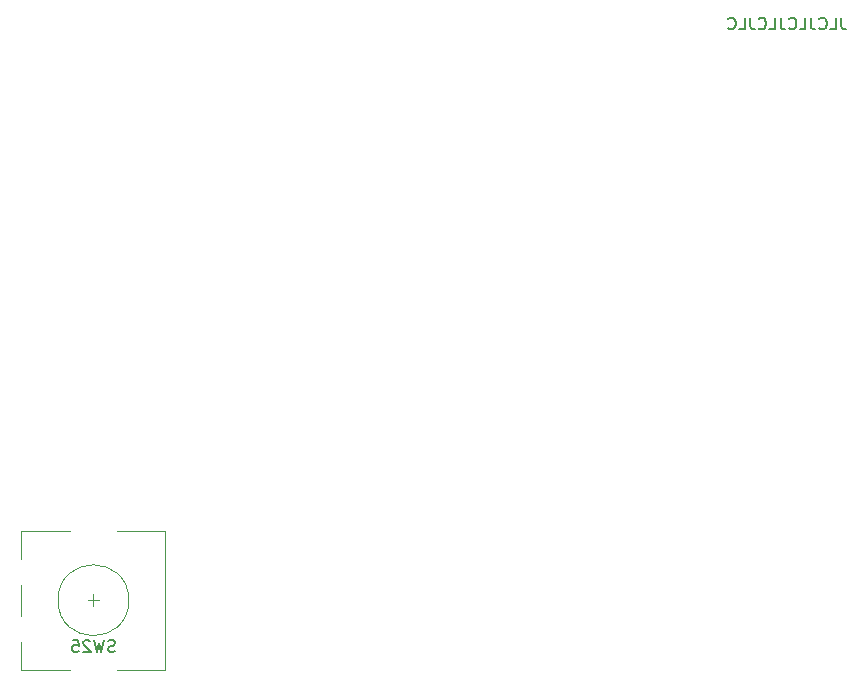
<source format=gbr>
%TF.GenerationSoftware,KiCad,Pcbnew,7.0.5-0*%
%TF.CreationDate,2024-02-11T16:38:14-08:00*%
%TF.ProjectId,Sofle_Pico_Top_Plate,536f666c-655f-4506-9963-6f5f546f705f,3.5.5*%
%TF.SameCoordinates,Original*%
%TF.FileFunction,Legend,Bot*%
%TF.FilePolarity,Positive*%
%FSLAX46Y46*%
G04 Gerber Fmt 4.6, Leading zero omitted, Abs format (unit mm)*
G04 Created by KiCad (PCBNEW 7.0.5-0) date 2024-02-11 16:38:14*
%MOMM*%
%LPD*%
G01*
G04 APERTURE LIST*
%ADD10C,0.200000*%
%ADD11C,0.150000*%
%ADD12C,0.120000*%
G04 APERTURE END LIST*
D10*
X161314048Y-61692219D02*
X161314048Y-62406504D01*
X161314048Y-62406504D02*
X161361667Y-62549361D01*
X161361667Y-62549361D02*
X161456905Y-62644600D01*
X161456905Y-62644600D02*
X161599762Y-62692219D01*
X161599762Y-62692219D02*
X161695000Y-62692219D01*
X160361667Y-62692219D02*
X160837857Y-62692219D01*
X160837857Y-62692219D02*
X160837857Y-61692219D01*
X159456905Y-62596980D02*
X159504524Y-62644600D01*
X159504524Y-62644600D02*
X159647381Y-62692219D01*
X159647381Y-62692219D02*
X159742619Y-62692219D01*
X159742619Y-62692219D02*
X159885476Y-62644600D01*
X159885476Y-62644600D02*
X159980714Y-62549361D01*
X159980714Y-62549361D02*
X160028333Y-62454123D01*
X160028333Y-62454123D02*
X160075952Y-62263647D01*
X160075952Y-62263647D02*
X160075952Y-62120790D01*
X160075952Y-62120790D02*
X160028333Y-61930314D01*
X160028333Y-61930314D02*
X159980714Y-61835076D01*
X159980714Y-61835076D02*
X159885476Y-61739838D01*
X159885476Y-61739838D02*
X159742619Y-61692219D01*
X159742619Y-61692219D02*
X159647381Y-61692219D01*
X159647381Y-61692219D02*
X159504524Y-61739838D01*
X159504524Y-61739838D02*
X159456905Y-61787457D01*
X158742619Y-61692219D02*
X158742619Y-62406504D01*
X158742619Y-62406504D02*
X158790238Y-62549361D01*
X158790238Y-62549361D02*
X158885476Y-62644600D01*
X158885476Y-62644600D02*
X159028333Y-62692219D01*
X159028333Y-62692219D02*
X159123571Y-62692219D01*
X157790238Y-62692219D02*
X158266428Y-62692219D01*
X158266428Y-62692219D02*
X158266428Y-61692219D01*
X156885476Y-62596980D02*
X156933095Y-62644600D01*
X156933095Y-62644600D02*
X157075952Y-62692219D01*
X157075952Y-62692219D02*
X157171190Y-62692219D01*
X157171190Y-62692219D02*
X157314047Y-62644600D01*
X157314047Y-62644600D02*
X157409285Y-62549361D01*
X157409285Y-62549361D02*
X157456904Y-62454123D01*
X157456904Y-62454123D02*
X157504523Y-62263647D01*
X157504523Y-62263647D02*
X157504523Y-62120790D01*
X157504523Y-62120790D02*
X157456904Y-61930314D01*
X157456904Y-61930314D02*
X157409285Y-61835076D01*
X157409285Y-61835076D02*
X157314047Y-61739838D01*
X157314047Y-61739838D02*
X157171190Y-61692219D01*
X157171190Y-61692219D02*
X157075952Y-61692219D01*
X157075952Y-61692219D02*
X156933095Y-61739838D01*
X156933095Y-61739838D02*
X156885476Y-61787457D01*
X156171190Y-61692219D02*
X156171190Y-62406504D01*
X156171190Y-62406504D02*
X156218809Y-62549361D01*
X156218809Y-62549361D02*
X156314047Y-62644600D01*
X156314047Y-62644600D02*
X156456904Y-62692219D01*
X156456904Y-62692219D02*
X156552142Y-62692219D01*
X155218809Y-62692219D02*
X155694999Y-62692219D01*
X155694999Y-62692219D02*
X155694999Y-61692219D01*
X154314047Y-62596980D02*
X154361666Y-62644600D01*
X154361666Y-62644600D02*
X154504523Y-62692219D01*
X154504523Y-62692219D02*
X154599761Y-62692219D01*
X154599761Y-62692219D02*
X154742618Y-62644600D01*
X154742618Y-62644600D02*
X154837856Y-62549361D01*
X154837856Y-62549361D02*
X154885475Y-62454123D01*
X154885475Y-62454123D02*
X154933094Y-62263647D01*
X154933094Y-62263647D02*
X154933094Y-62120790D01*
X154933094Y-62120790D02*
X154885475Y-61930314D01*
X154885475Y-61930314D02*
X154837856Y-61835076D01*
X154837856Y-61835076D02*
X154742618Y-61739838D01*
X154742618Y-61739838D02*
X154599761Y-61692219D01*
X154599761Y-61692219D02*
X154504523Y-61692219D01*
X154504523Y-61692219D02*
X154361666Y-61739838D01*
X154361666Y-61739838D02*
X154314047Y-61787457D01*
X153599761Y-61692219D02*
X153599761Y-62406504D01*
X153599761Y-62406504D02*
X153647380Y-62549361D01*
X153647380Y-62549361D02*
X153742618Y-62644600D01*
X153742618Y-62644600D02*
X153885475Y-62692219D01*
X153885475Y-62692219D02*
X153980713Y-62692219D01*
X152647380Y-62692219D02*
X153123570Y-62692219D01*
X153123570Y-62692219D02*
X153123570Y-61692219D01*
X151742618Y-62596980D02*
X151790237Y-62644600D01*
X151790237Y-62644600D02*
X151933094Y-62692219D01*
X151933094Y-62692219D02*
X152028332Y-62692219D01*
X152028332Y-62692219D02*
X152171189Y-62644600D01*
X152171189Y-62644600D02*
X152266427Y-62549361D01*
X152266427Y-62549361D02*
X152314046Y-62454123D01*
X152314046Y-62454123D02*
X152361665Y-62263647D01*
X152361665Y-62263647D02*
X152361665Y-62120790D01*
X152361665Y-62120790D02*
X152314046Y-61930314D01*
X152314046Y-61930314D02*
X152266427Y-61835076D01*
X152266427Y-61835076D02*
X152171189Y-61739838D01*
X152171189Y-61739838D02*
X152028332Y-61692219D01*
X152028332Y-61692219D02*
X151933094Y-61692219D01*
X151933094Y-61692219D02*
X151790237Y-61739838D01*
X151790237Y-61739838D02*
X151742618Y-61787457D01*
D11*
%TO.C,SW25*%
X99804523Y-115352200D02*
X99661666Y-115399819D01*
X99661666Y-115399819D02*
X99423571Y-115399819D01*
X99423571Y-115399819D02*
X99328333Y-115352200D01*
X99328333Y-115352200D02*
X99280714Y-115304580D01*
X99280714Y-115304580D02*
X99233095Y-115209342D01*
X99233095Y-115209342D02*
X99233095Y-115114104D01*
X99233095Y-115114104D02*
X99280714Y-115018866D01*
X99280714Y-115018866D02*
X99328333Y-114971247D01*
X99328333Y-114971247D02*
X99423571Y-114923628D01*
X99423571Y-114923628D02*
X99614047Y-114876009D01*
X99614047Y-114876009D02*
X99709285Y-114828390D01*
X99709285Y-114828390D02*
X99756904Y-114780771D01*
X99756904Y-114780771D02*
X99804523Y-114685533D01*
X99804523Y-114685533D02*
X99804523Y-114590295D01*
X99804523Y-114590295D02*
X99756904Y-114495057D01*
X99756904Y-114495057D02*
X99709285Y-114447438D01*
X99709285Y-114447438D02*
X99614047Y-114399819D01*
X99614047Y-114399819D02*
X99375952Y-114399819D01*
X99375952Y-114399819D02*
X99233095Y-114447438D01*
X98899761Y-114399819D02*
X98661666Y-115399819D01*
X98661666Y-115399819D02*
X98471190Y-114685533D01*
X98471190Y-114685533D02*
X98280714Y-115399819D01*
X98280714Y-115399819D02*
X98042619Y-114399819D01*
X97709285Y-114495057D02*
X97661666Y-114447438D01*
X97661666Y-114447438D02*
X97566428Y-114399819D01*
X97566428Y-114399819D02*
X97328333Y-114399819D01*
X97328333Y-114399819D02*
X97233095Y-114447438D01*
X97233095Y-114447438D02*
X97185476Y-114495057D01*
X97185476Y-114495057D02*
X97137857Y-114590295D01*
X97137857Y-114590295D02*
X97137857Y-114685533D01*
X97137857Y-114685533D02*
X97185476Y-114828390D01*
X97185476Y-114828390D02*
X97756904Y-115399819D01*
X97756904Y-115399819D02*
X97137857Y-115399819D01*
X96233095Y-114399819D02*
X96709285Y-114399819D01*
X96709285Y-114399819D02*
X96756904Y-114876009D01*
X96756904Y-114876009D02*
X96709285Y-114828390D01*
X96709285Y-114828390D02*
X96614047Y-114780771D01*
X96614047Y-114780771D02*
X96375952Y-114780771D01*
X96375952Y-114780771D02*
X96280714Y-114828390D01*
X96280714Y-114828390D02*
X96233095Y-114876009D01*
X96233095Y-114876009D02*
X96185476Y-114971247D01*
X96185476Y-114971247D02*
X96185476Y-115209342D01*
X96185476Y-115209342D02*
X96233095Y-115304580D01*
X96233095Y-115304580D02*
X96280714Y-115352200D01*
X96280714Y-115352200D02*
X96375952Y-115399819D01*
X96375952Y-115399819D02*
X96614047Y-115399819D01*
X96614047Y-115399819D02*
X96709285Y-115352200D01*
X96709285Y-115352200D02*
X96756904Y-115304580D01*
D12*
X104095000Y-116925000D02*
X104095000Y-105125000D01*
X99995000Y-116925000D02*
X104095000Y-116925000D01*
X99995000Y-105125000D02*
X104095000Y-105125000D01*
X98495000Y-111025000D02*
X97495000Y-111025000D01*
X97995000Y-111525000D02*
X97995000Y-110525000D01*
X95995000Y-116925000D02*
X91895000Y-116925000D01*
X91895000Y-116925000D02*
X91895000Y-114525000D01*
X91895000Y-112325000D02*
X91895000Y-109725000D01*
X91895000Y-107525000D02*
X91895000Y-105125000D01*
X91895000Y-105125000D02*
X95995000Y-105125000D01*
X100995000Y-111025000D02*
G75*
G03*
X100995000Y-111025000I-3000000J0D01*
G01*
%TD*%
M02*

</source>
